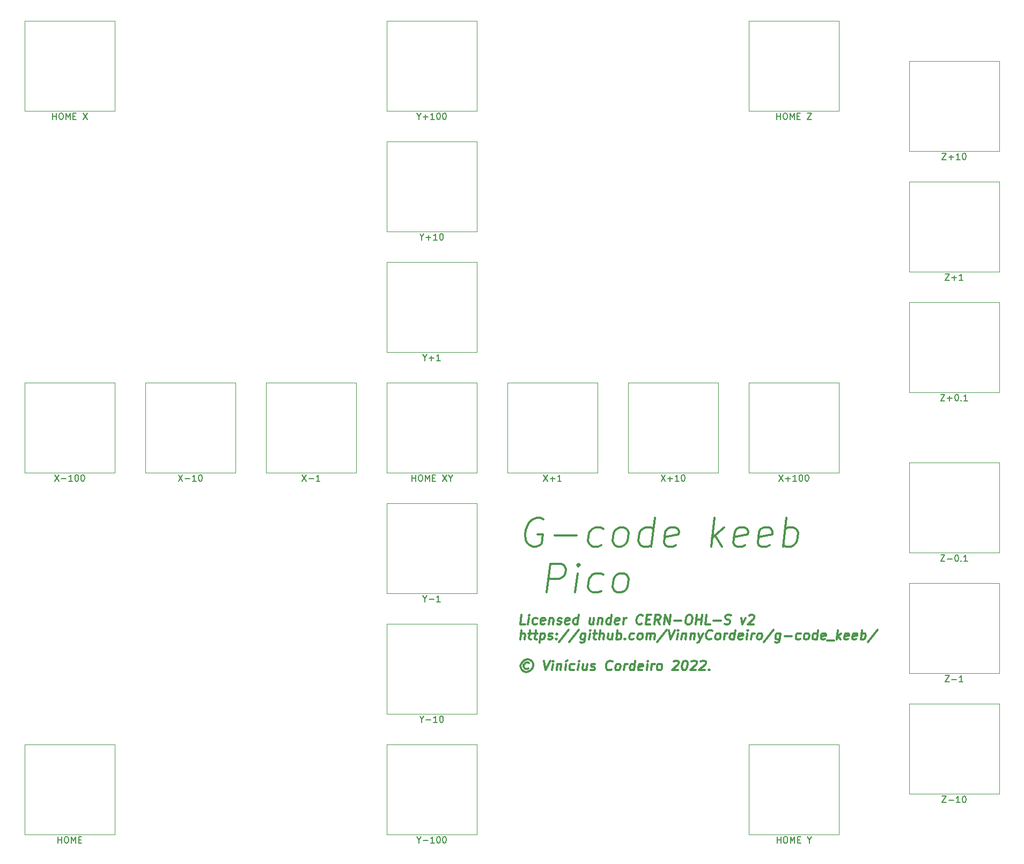
<source format=gbr>
%TF.GenerationSoftware,KiCad,Pcbnew,(6.0.4)*%
%TF.CreationDate,2022-05-22T21:37:36-03:00*%
%TF.ProjectId,G-Code_Keeb,472d436f-6465-45f4-9b65-65622e6b6963,1*%
%TF.SameCoordinates,Original*%
%TF.FileFunction,Legend,Top*%
%TF.FilePolarity,Positive*%
%FSLAX46Y46*%
G04 Gerber Fmt 4.6, Leading zero omitted, Abs format (unit mm)*
G04 Created by KiCad (PCBNEW (6.0.4)) date 2022-05-22 21:37:36*
%MOMM*%
%LPD*%
G01*
G04 APERTURE LIST*
%ADD10C,0.300000*%
%ADD11C,0.150000*%
%ADD12C,0.120000*%
G04 APERTURE END LIST*
D10*
X100445357Y-125866071D02*
X99731071Y-125866071D01*
X99918571Y-124366071D01*
X100945357Y-125866071D02*
X101070357Y-124866071D01*
X101132857Y-124366071D02*
X101052500Y-124437500D01*
X101115000Y-124508928D01*
X101195357Y-124437500D01*
X101132857Y-124366071D01*
X101115000Y-124508928D01*
X102311428Y-125794642D02*
X102159642Y-125866071D01*
X101873928Y-125866071D01*
X101740000Y-125794642D01*
X101677500Y-125723214D01*
X101623928Y-125580357D01*
X101677500Y-125151785D01*
X101766785Y-125008928D01*
X101847142Y-124937500D01*
X101998928Y-124866071D01*
X102284642Y-124866071D01*
X102418571Y-124937500D01*
X103525714Y-125794642D02*
X103373928Y-125866071D01*
X103088214Y-125866071D01*
X102954285Y-125794642D01*
X102900714Y-125651785D01*
X102972142Y-125080357D01*
X103061428Y-124937500D01*
X103213214Y-124866071D01*
X103498928Y-124866071D01*
X103632857Y-124937500D01*
X103686428Y-125080357D01*
X103668571Y-125223214D01*
X102936428Y-125366071D01*
X104356071Y-124866071D02*
X104231071Y-125866071D01*
X104338214Y-125008928D02*
X104418571Y-124937500D01*
X104570357Y-124866071D01*
X104784642Y-124866071D01*
X104918571Y-124937500D01*
X104972142Y-125080357D01*
X104873928Y-125866071D01*
X105525714Y-125794642D02*
X105659642Y-125866071D01*
X105945357Y-125866071D01*
X106097142Y-125794642D01*
X106186428Y-125651785D01*
X106195357Y-125580357D01*
X106141785Y-125437500D01*
X106007857Y-125366071D01*
X105793571Y-125366071D01*
X105659642Y-125294642D01*
X105606071Y-125151785D01*
X105615000Y-125080357D01*
X105704285Y-124937500D01*
X105856071Y-124866071D01*
X106070357Y-124866071D01*
X106204285Y-124937500D01*
X107382857Y-125794642D02*
X107231071Y-125866071D01*
X106945357Y-125866071D01*
X106811428Y-125794642D01*
X106757857Y-125651785D01*
X106829285Y-125080357D01*
X106918571Y-124937500D01*
X107070357Y-124866071D01*
X107356071Y-124866071D01*
X107490000Y-124937500D01*
X107543571Y-125080357D01*
X107525714Y-125223214D01*
X106793571Y-125366071D01*
X108731071Y-125866071D02*
X108918571Y-124366071D01*
X108740000Y-125794642D02*
X108588214Y-125866071D01*
X108302500Y-125866071D01*
X108168571Y-125794642D01*
X108106071Y-125723214D01*
X108052500Y-125580357D01*
X108106071Y-125151785D01*
X108195357Y-125008928D01*
X108275714Y-124937500D01*
X108427500Y-124866071D01*
X108713214Y-124866071D01*
X108847142Y-124937500D01*
X111356071Y-124866071D02*
X111231071Y-125866071D01*
X110713214Y-124866071D02*
X110615000Y-125651785D01*
X110668571Y-125794642D01*
X110802500Y-125866071D01*
X111016785Y-125866071D01*
X111168571Y-125794642D01*
X111248928Y-125723214D01*
X112070357Y-124866071D02*
X111945357Y-125866071D01*
X112052500Y-125008928D02*
X112132857Y-124937500D01*
X112284642Y-124866071D01*
X112498928Y-124866071D01*
X112632857Y-124937500D01*
X112686428Y-125080357D01*
X112588214Y-125866071D01*
X113945357Y-125866071D02*
X114132857Y-124366071D01*
X113954285Y-125794642D02*
X113802500Y-125866071D01*
X113516785Y-125866071D01*
X113382857Y-125794642D01*
X113320357Y-125723214D01*
X113266785Y-125580357D01*
X113320357Y-125151785D01*
X113409642Y-125008928D01*
X113490000Y-124937500D01*
X113641785Y-124866071D01*
X113927500Y-124866071D01*
X114061428Y-124937500D01*
X115240000Y-125794642D02*
X115088214Y-125866071D01*
X114802500Y-125866071D01*
X114668571Y-125794642D01*
X114615000Y-125651785D01*
X114686428Y-125080357D01*
X114775714Y-124937500D01*
X114927500Y-124866071D01*
X115213214Y-124866071D01*
X115347142Y-124937500D01*
X115400714Y-125080357D01*
X115382857Y-125223214D01*
X114650714Y-125366071D01*
X115945357Y-125866071D02*
X116070357Y-124866071D01*
X116034642Y-125151785D02*
X116123928Y-125008928D01*
X116204285Y-124937500D01*
X116356071Y-124866071D01*
X116498928Y-124866071D01*
X118891785Y-125723214D02*
X118811428Y-125794642D01*
X118588214Y-125866071D01*
X118445357Y-125866071D01*
X118240000Y-125794642D01*
X118115000Y-125651785D01*
X118061428Y-125508928D01*
X118025714Y-125223214D01*
X118052500Y-125008928D01*
X118159642Y-124723214D01*
X118248928Y-124580357D01*
X118409642Y-124437500D01*
X118632857Y-124366071D01*
X118775714Y-124366071D01*
X118981071Y-124437500D01*
X119043571Y-124508928D01*
X119615000Y-125080357D02*
X120115000Y-125080357D01*
X120231071Y-125866071D02*
X119516785Y-125866071D01*
X119704285Y-124366071D01*
X120418571Y-124366071D01*
X121731071Y-125866071D02*
X121320357Y-125151785D01*
X120873928Y-125866071D02*
X121061428Y-124366071D01*
X121632857Y-124366071D01*
X121766785Y-124437500D01*
X121829285Y-124508928D01*
X121882857Y-124651785D01*
X121856071Y-124866071D01*
X121766785Y-125008928D01*
X121686428Y-125080357D01*
X121534642Y-125151785D01*
X120963214Y-125151785D01*
X122373928Y-125866071D02*
X122561428Y-124366071D01*
X123231071Y-125866071D01*
X123418571Y-124366071D01*
X124016785Y-125294642D02*
X125159642Y-125294642D01*
X126275714Y-124366071D02*
X126561428Y-124366071D01*
X126695357Y-124437500D01*
X126820357Y-124580357D01*
X126856071Y-124866071D01*
X126793571Y-125366071D01*
X126686428Y-125651785D01*
X126525714Y-125794642D01*
X126373928Y-125866071D01*
X126088214Y-125866071D01*
X125954285Y-125794642D01*
X125829285Y-125651785D01*
X125793571Y-125366071D01*
X125856071Y-124866071D01*
X125963214Y-124580357D01*
X126123928Y-124437500D01*
X126275714Y-124366071D01*
X127373928Y-125866071D02*
X127561428Y-124366071D01*
X127472142Y-125080357D02*
X128329285Y-125080357D01*
X128231071Y-125866071D02*
X128418571Y-124366071D01*
X129659642Y-125866071D02*
X128945357Y-125866071D01*
X129132857Y-124366071D01*
X130231071Y-125294642D02*
X131373928Y-125294642D01*
X131954285Y-125794642D02*
X132159642Y-125866071D01*
X132516785Y-125866071D01*
X132668571Y-125794642D01*
X132748928Y-125723214D01*
X132838214Y-125580357D01*
X132856071Y-125437500D01*
X132802500Y-125294642D01*
X132740000Y-125223214D01*
X132606071Y-125151785D01*
X132329285Y-125080357D01*
X132195357Y-125008928D01*
X132132857Y-124937500D01*
X132079285Y-124794642D01*
X132097142Y-124651785D01*
X132186428Y-124508928D01*
X132266785Y-124437500D01*
X132418571Y-124366071D01*
X132775714Y-124366071D01*
X132981071Y-124437500D01*
X134570357Y-124866071D02*
X134802500Y-125866071D01*
X135284642Y-124866071D01*
X135829285Y-124508928D02*
X135909642Y-124437500D01*
X136061428Y-124366071D01*
X136418571Y-124366071D01*
X136552500Y-124437500D01*
X136615000Y-124508928D01*
X136668571Y-124651785D01*
X136650714Y-124794642D01*
X136552500Y-125008928D01*
X135588214Y-125866071D01*
X136516785Y-125866071D01*
X99731071Y-128281071D02*
X99918571Y-126781071D01*
X100373928Y-128281071D02*
X100472142Y-127495357D01*
X100418571Y-127352500D01*
X100284642Y-127281071D01*
X100070357Y-127281071D01*
X99918571Y-127352500D01*
X99838214Y-127423928D01*
X100998928Y-127281071D02*
X101570357Y-127281071D01*
X101275714Y-126781071D02*
X101115000Y-128066785D01*
X101168571Y-128209642D01*
X101302500Y-128281071D01*
X101445357Y-128281071D01*
X101856071Y-127281071D02*
X102427500Y-127281071D01*
X102132857Y-126781071D02*
X101972142Y-128066785D01*
X102025714Y-128209642D01*
X102159642Y-128281071D01*
X102302500Y-128281071D01*
X102927500Y-127281071D02*
X102740000Y-128781071D01*
X102918571Y-127352500D02*
X103070357Y-127281071D01*
X103356071Y-127281071D01*
X103490000Y-127352500D01*
X103552500Y-127423928D01*
X103606071Y-127566785D01*
X103552500Y-127995357D01*
X103463214Y-128138214D01*
X103382857Y-128209642D01*
X103231071Y-128281071D01*
X102945357Y-128281071D01*
X102811428Y-128209642D01*
X104097142Y-128209642D02*
X104231071Y-128281071D01*
X104516785Y-128281071D01*
X104668571Y-128209642D01*
X104757857Y-128066785D01*
X104766785Y-127995357D01*
X104713214Y-127852500D01*
X104579285Y-127781071D01*
X104365000Y-127781071D01*
X104231071Y-127709642D01*
X104177500Y-127566785D01*
X104186428Y-127495357D01*
X104275714Y-127352500D01*
X104427500Y-127281071D01*
X104641785Y-127281071D01*
X104775714Y-127352500D01*
X105391785Y-128138214D02*
X105454285Y-128209642D01*
X105373928Y-128281071D01*
X105311428Y-128209642D01*
X105391785Y-128138214D01*
X105373928Y-128281071D01*
X105490000Y-127352500D02*
X105552500Y-127423928D01*
X105472142Y-127495357D01*
X105409642Y-127423928D01*
X105490000Y-127352500D01*
X105472142Y-127495357D01*
X107356071Y-126709642D02*
X105829285Y-128638214D01*
X108927500Y-126709642D02*
X107400714Y-128638214D01*
X109998928Y-127281071D02*
X109847142Y-128495357D01*
X109757857Y-128638214D01*
X109677500Y-128709642D01*
X109525714Y-128781071D01*
X109311428Y-128781071D01*
X109177500Y-128709642D01*
X109882857Y-128209642D02*
X109731071Y-128281071D01*
X109445357Y-128281071D01*
X109311428Y-128209642D01*
X109248928Y-128138214D01*
X109195357Y-127995357D01*
X109248928Y-127566785D01*
X109338214Y-127423928D01*
X109418571Y-127352500D01*
X109570357Y-127281071D01*
X109856071Y-127281071D01*
X109990000Y-127352500D01*
X110588214Y-128281071D02*
X110713214Y-127281071D01*
X110775714Y-126781071D02*
X110695357Y-126852500D01*
X110757857Y-126923928D01*
X110838214Y-126852500D01*
X110775714Y-126781071D01*
X110757857Y-126923928D01*
X111213214Y-127281071D02*
X111784642Y-127281071D01*
X111490000Y-126781071D02*
X111329285Y-128066785D01*
X111382857Y-128209642D01*
X111516785Y-128281071D01*
X111659642Y-128281071D01*
X112159642Y-128281071D02*
X112347142Y-126781071D01*
X112802500Y-128281071D02*
X112900714Y-127495357D01*
X112847142Y-127352500D01*
X112713214Y-127281071D01*
X112498928Y-127281071D01*
X112347142Y-127352500D01*
X112266785Y-127423928D01*
X114284642Y-127281071D02*
X114159642Y-128281071D01*
X113641785Y-127281071D02*
X113543571Y-128066785D01*
X113597142Y-128209642D01*
X113731071Y-128281071D01*
X113945357Y-128281071D01*
X114097142Y-128209642D01*
X114177500Y-128138214D01*
X114873928Y-128281071D02*
X115061428Y-126781071D01*
X114990000Y-127352500D02*
X115141785Y-127281071D01*
X115427500Y-127281071D01*
X115561428Y-127352500D01*
X115623928Y-127423928D01*
X115677500Y-127566785D01*
X115623928Y-127995357D01*
X115534642Y-128138214D01*
X115454285Y-128209642D01*
X115302500Y-128281071D01*
X115016785Y-128281071D01*
X114882857Y-128209642D01*
X116248928Y-128138214D02*
X116311428Y-128209642D01*
X116231071Y-128281071D01*
X116168571Y-128209642D01*
X116248928Y-128138214D01*
X116231071Y-128281071D01*
X117597142Y-128209642D02*
X117445357Y-128281071D01*
X117159642Y-128281071D01*
X117025714Y-128209642D01*
X116963214Y-128138214D01*
X116909642Y-127995357D01*
X116963214Y-127566785D01*
X117052500Y-127423928D01*
X117132857Y-127352500D01*
X117284642Y-127281071D01*
X117570357Y-127281071D01*
X117704285Y-127352500D01*
X118445357Y-128281071D02*
X118311428Y-128209642D01*
X118248928Y-128138214D01*
X118195357Y-127995357D01*
X118248928Y-127566785D01*
X118338214Y-127423928D01*
X118418571Y-127352500D01*
X118570357Y-127281071D01*
X118784642Y-127281071D01*
X118918571Y-127352500D01*
X118981071Y-127423928D01*
X119034642Y-127566785D01*
X118981071Y-127995357D01*
X118891785Y-128138214D01*
X118811428Y-128209642D01*
X118659642Y-128281071D01*
X118445357Y-128281071D01*
X119588214Y-128281071D02*
X119713214Y-127281071D01*
X119695357Y-127423928D02*
X119775714Y-127352500D01*
X119927500Y-127281071D01*
X120141785Y-127281071D01*
X120275714Y-127352500D01*
X120329285Y-127495357D01*
X120231071Y-128281071D01*
X120329285Y-127495357D02*
X120418571Y-127352500D01*
X120570357Y-127281071D01*
X120784642Y-127281071D01*
X120918571Y-127352500D01*
X120972142Y-127495357D01*
X120873928Y-128281071D01*
X122856071Y-126709642D02*
X121329285Y-128638214D01*
X123132857Y-126781071D02*
X123445357Y-128281071D01*
X124132857Y-126781071D01*
X124445357Y-128281071D02*
X124570357Y-127281071D01*
X124632857Y-126781071D02*
X124552500Y-126852500D01*
X124615000Y-126923928D01*
X124695357Y-126852500D01*
X124632857Y-126781071D01*
X124615000Y-126923928D01*
X125284642Y-127281071D02*
X125159642Y-128281071D01*
X125266785Y-127423928D02*
X125347142Y-127352500D01*
X125498928Y-127281071D01*
X125713214Y-127281071D01*
X125847142Y-127352500D01*
X125900714Y-127495357D01*
X125802500Y-128281071D01*
X126641785Y-127281071D02*
X126516785Y-128281071D01*
X126623928Y-127423928D02*
X126704285Y-127352500D01*
X126856071Y-127281071D01*
X127070357Y-127281071D01*
X127204285Y-127352500D01*
X127257857Y-127495357D01*
X127159642Y-128281071D01*
X127856071Y-127281071D02*
X128088214Y-128281071D01*
X128570357Y-127281071D02*
X128088214Y-128281071D01*
X127900714Y-128638214D01*
X127820357Y-128709642D01*
X127668571Y-128781071D01*
X129891785Y-128138214D02*
X129811428Y-128209642D01*
X129588214Y-128281071D01*
X129445357Y-128281071D01*
X129240000Y-128209642D01*
X129115000Y-128066785D01*
X129061428Y-127923928D01*
X129025714Y-127638214D01*
X129052500Y-127423928D01*
X129159642Y-127138214D01*
X129248928Y-126995357D01*
X129409642Y-126852500D01*
X129632857Y-126781071D01*
X129775714Y-126781071D01*
X129981071Y-126852500D01*
X130043571Y-126923928D01*
X130731071Y-128281071D02*
X130597142Y-128209642D01*
X130534642Y-128138214D01*
X130481071Y-127995357D01*
X130534642Y-127566785D01*
X130623928Y-127423928D01*
X130704285Y-127352500D01*
X130856071Y-127281071D01*
X131070357Y-127281071D01*
X131204285Y-127352500D01*
X131266785Y-127423928D01*
X131320357Y-127566785D01*
X131266785Y-127995357D01*
X131177500Y-128138214D01*
X131097142Y-128209642D01*
X130945357Y-128281071D01*
X130731071Y-128281071D01*
X131873928Y-128281071D02*
X131998928Y-127281071D01*
X131963214Y-127566785D02*
X132052500Y-127423928D01*
X132132857Y-127352500D01*
X132284642Y-127281071D01*
X132427500Y-127281071D01*
X133445357Y-128281071D02*
X133632857Y-126781071D01*
X133454285Y-128209642D02*
X133302500Y-128281071D01*
X133016785Y-128281071D01*
X132882857Y-128209642D01*
X132820357Y-128138214D01*
X132766785Y-127995357D01*
X132820357Y-127566785D01*
X132909642Y-127423928D01*
X132990000Y-127352500D01*
X133141785Y-127281071D01*
X133427500Y-127281071D01*
X133561428Y-127352500D01*
X134740000Y-128209642D02*
X134588214Y-128281071D01*
X134302500Y-128281071D01*
X134168571Y-128209642D01*
X134115000Y-128066785D01*
X134186428Y-127495357D01*
X134275714Y-127352500D01*
X134427500Y-127281071D01*
X134713214Y-127281071D01*
X134847142Y-127352500D01*
X134900714Y-127495357D01*
X134882857Y-127638214D01*
X134150714Y-127781071D01*
X135445357Y-128281071D02*
X135570357Y-127281071D01*
X135632857Y-126781071D02*
X135552500Y-126852500D01*
X135615000Y-126923928D01*
X135695357Y-126852500D01*
X135632857Y-126781071D01*
X135615000Y-126923928D01*
X136159642Y-128281071D02*
X136284642Y-127281071D01*
X136248928Y-127566785D02*
X136338214Y-127423928D01*
X136418571Y-127352500D01*
X136570357Y-127281071D01*
X136713214Y-127281071D01*
X137302500Y-128281071D02*
X137168571Y-128209642D01*
X137106071Y-128138214D01*
X137052500Y-127995357D01*
X137106071Y-127566785D01*
X137195357Y-127423928D01*
X137275714Y-127352500D01*
X137427500Y-127281071D01*
X137641785Y-127281071D01*
X137775714Y-127352500D01*
X137838214Y-127423928D01*
X137891785Y-127566785D01*
X137838214Y-127995357D01*
X137748928Y-128138214D01*
X137668571Y-128209642D01*
X137516785Y-128281071D01*
X137302500Y-128281071D01*
X139713214Y-126709642D02*
X138186428Y-128638214D01*
X140784642Y-127281071D02*
X140632857Y-128495357D01*
X140543571Y-128638214D01*
X140463214Y-128709642D01*
X140311428Y-128781071D01*
X140097142Y-128781071D01*
X139963214Y-128709642D01*
X140668571Y-128209642D02*
X140516785Y-128281071D01*
X140231071Y-128281071D01*
X140097142Y-128209642D01*
X140034642Y-128138214D01*
X139981071Y-127995357D01*
X140034642Y-127566785D01*
X140123928Y-127423928D01*
X140204285Y-127352500D01*
X140356071Y-127281071D01*
X140641785Y-127281071D01*
X140775714Y-127352500D01*
X141445357Y-127709642D02*
X142588214Y-127709642D01*
X143882857Y-128209642D02*
X143731071Y-128281071D01*
X143445357Y-128281071D01*
X143311428Y-128209642D01*
X143248928Y-128138214D01*
X143195357Y-127995357D01*
X143248928Y-127566785D01*
X143338214Y-127423928D01*
X143418571Y-127352500D01*
X143570357Y-127281071D01*
X143856071Y-127281071D01*
X143990000Y-127352500D01*
X144731071Y-128281071D02*
X144597142Y-128209642D01*
X144534642Y-128138214D01*
X144481071Y-127995357D01*
X144534642Y-127566785D01*
X144623928Y-127423928D01*
X144704285Y-127352500D01*
X144856071Y-127281071D01*
X145070357Y-127281071D01*
X145204285Y-127352500D01*
X145266785Y-127423928D01*
X145320357Y-127566785D01*
X145266785Y-127995357D01*
X145177500Y-128138214D01*
X145097142Y-128209642D01*
X144945357Y-128281071D01*
X144731071Y-128281071D01*
X146516785Y-128281071D02*
X146704285Y-126781071D01*
X146525714Y-128209642D02*
X146373928Y-128281071D01*
X146088214Y-128281071D01*
X145954285Y-128209642D01*
X145891785Y-128138214D01*
X145838214Y-127995357D01*
X145891785Y-127566785D01*
X145981071Y-127423928D01*
X146061428Y-127352500D01*
X146213214Y-127281071D01*
X146498928Y-127281071D01*
X146632857Y-127352500D01*
X147811428Y-128209642D02*
X147659642Y-128281071D01*
X147373928Y-128281071D01*
X147240000Y-128209642D01*
X147186428Y-128066785D01*
X147257857Y-127495357D01*
X147347142Y-127352500D01*
X147498928Y-127281071D01*
X147784642Y-127281071D01*
X147918571Y-127352500D01*
X147972142Y-127495357D01*
X147954285Y-127638214D01*
X147222142Y-127781071D01*
X148141785Y-128423928D02*
X149284642Y-128423928D01*
X149659642Y-128281071D02*
X149847142Y-126781071D01*
X149873928Y-127709642D02*
X150231071Y-128281071D01*
X150356071Y-127281071D02*
X149713214Y-127852500D01*
X151454285Y-128209642D02*
X151302500Y-128281071D01*
X151016785Y-128281071D01*
X150882857Y-128209642D01*
X150829285Y-128066785D01*
X150900714Y-127495357D01*
X150990000Y-127352500D01*
X151141785Y-127281071D01*
X151427500Y-127281071D01*
X151561428Y-127352500D01*
X151615000Y-127495357D01*
X151597142Y-127638214D01*
X150865000Y-127781071D01*
X152740000Y-128209642D02*
X152588214Y-128281071D01*
X152302500Y-128281071D01*
X152168571Y-128209642D01*
X152115000Y-128066785D01*
X152186428Y-127495357D01*
X152275714Y-127352500D01*
X152427500Y-127281071D01*
X152713214Y-127281071D01*
X152847142Y-127352500D01*
X152900714Y-127495357D01*
X152882857Y-127638214D01*
X152150714Y-127781071D01*
X153445357Y-128281071D02*
X153632857Y-126781071D01*
X153561428Y-127352500D02*
X153713214Y-127281071D01*
X153998928Y-127281071D01*
X154132857Y-127352500D01*
X154195357Y-127423928D01*
X154248928Y-127566785D01*
X154195357Y-127995357D01*
X154106071Y-128138214D01*
X154025714Y-128209642D01*
X153873928Y-128281071D01*
X153588214Y-128281071D01*
X153454285Y-128209642D01*
X156070357Y-126709642D02*
X154543571Y-128638214D01*
X101088214Y-131968214D02*
X100954285Y-131896785D01*
X100668571Y-131896785D01*
X100516785Y-131968214D01*
X100356071Y-132111071D01*
X100266785Y-132253928D01*
X100231071Y-132539642D01*
X100284642Y-132682500D01*
X100409642Y-132825357D01*
X100543571Y-132896785D01*
X100829285Y-132896785D01*
X100981071Y-132825357D01*
X100873928Y-131396785D02*
X100507857Y-131468214D01*
X100123928Y-131682500D01*
X99865000Y-132039642D01*
X99748928Y-132396785D01*
X99775714Y-132753928D01*
X99945357Y-133111071D01*
X100275714Y-133325357D01*
X100623928Y-133396785D01*
X100990000Y-133325357D01*
X101373928Y-133111071D01*
X101632857Y-132753928D01*
X101748928Y-132396785D01*
X101722142Y-132039642D01*
X101552500Y-131682500D01*
X101222142Y-131468214D01*
X100873928Y-131396785D01*
X103418571Y-131611071D02*
X103731071Y-133111071D01*
X104418571Y-131611071D01*
X104731071Y-133111071D02*
X104856071Y-132111071D01*
X104918571Y-131611071D02*
X104838214Y-131682500D01*
X104900714Y-131753928D01*
X104981071Y-131682500D01*
X104918571Y-131611071D01*
X104900714Y-131753928D01*
X105570357Y-132111071D02*
X105445357Y-133111071D01*
X105552500Y-132253928D02*
X105632857Y-132182500D01*
X105784642Y-132111071D01*
X105998928Y-132111071D01*
X106132857Y-132182500D01*
X106186428Y-132325357D01*
X106088214Y-133111071D01*
X106802500Y-133111071D02*
X106927500Y-132111071D01*
X107141785Y-131539642D02*
X106900714Y-131753928D01*
X108168571Y-133039642D02*
X108016785Y-133111071D01*
X107731071Y-133111071D01*
X107597142Y-133039642D01*
X107534642Y-132968214D01*
X107481071Y-132825357D01*
X107534642Y-132396785D01*
X107623928Y-132253928D01*
X107704285Y-132182500D01*
X107856071Y-132111071D01*
X108141785Y-132111071D01*
X108275714Y-132182500D01*
X108802500Y-133111071D02*
X108927500Y-132111071D01*
X108990000Y-131611071D02*
X108909642Y-131682500D01*
X108972142Y-131753928D01*
X109052500Y-131682500D01*
X108990000Y-131611071D01*
X108972142Y-131753928D01*
X110284642Y-132111071D02*
X110159642Y-133111071D01*
X109641785Y-132111071D02*
X109543571Y-132896785D01*
X109597142Y-133039642D01*
X109731071Y-133111071D01*
X109945357Y-133111071D01*
X110097142Y-133039642D01*
X110177500Y-132968214D01*
X110811428Y-133039642D02*
X110945357Y-133111071D01*
X111231071Y-133111071D01*
X111382857Y-133039642D01*
X111472142Y-132896785D01*
X111481071Y-132825357D01*
X111427500Y-132682500D01*
X111293571Y-132611071D01*
X111079285Y-132611071D01*
X110945357Y-132539642D01*
X110891785Y-132396785D01*
X110900714Y-132325357D01*
X110990000Y-132182500D01*
X111141785Y-132111071D01*
X111356071Y-132111071D01*
X111490000Y-132182500D01*
X114106071Y-132968214D02*
X114025714Y-133039642D01*
X113802500Y-133111071D01*
X113659642Y-133111071D01*
X113454285Y-133039642D01*
X113329285Y-132896785D01*
X113275714Y-132753928D01*
X113240000Y-132468214D01*
X113266785Y-132253928D01*
X113373928Y-131968214D01*
X113463214Y-131825357D01*
X113623928Y-131682500D01*
X113847142Y-131611071D01*
X113990000Y-131611071D01*
X114195357Y-131682500D01*
X114257857Y-131753928D01*
X114945357Y-133111071D02*
X114811428Y-133039642D01*
X114748928Y-132968214D01*
X114695357Y-132825357D01*
X114748928Y-132396785D01*
X114838214Y-132253928D01*
X114918571Y-132182500D01*
X115070357Y-132111071D01*
X115284642Y-132111071D01*
X115418571Y-132182500D01*
X115481071Y-132253928D01*
X115534642Y-132396785D01*
X115481071Y-132825357D01*
X115391785Y-132968214D01*
X115311428Y-133039642D01*
X115159642Y-133111071D01*
X114945357Y-133111071D01*
X116088214Y-133111071D02*
X116213214Y-132111071D01*
X116177500Y-132396785D02*
X116266785Y-132253928D01*
X116347142Y-132182500D01*
X116498928Y-132111071D01*
X116641785Y-132111071D01*
X117659642Y-133111071D02*
X117847142Y-131611071D01*
X117668571Y-133039642D02*
X117516785Y-133111071D01*
X117231071Y-133111071D01*
X117097142Y-133039642D01*
X117034642Y-132968214D01*
X116981071Y-132825357D01*
X117034642Y-132396785D01*
X117123928Y-132253928D01*
X117204285Y-132182500D01*
X117356071Y-132111071D01*
X117641785Y-132111071D01*
X117775714Y-132182500D01*
X118954285Y-133039642D02*
X118802500Y-133111071D01*
X118516785Y-133111071D01*
X118382857Y-133039642D01*
X118329285Y-132896785D01*
X118400714Y-132325357D01*
X118490000Y-132182500D01*
X118641785Y-132111071D01*
X118927500Y-132111071D01*
X119061428Y-132182500D01*
X119115000Y-132325357D01*
X119097142Y-132468214D01*
X118365000Y-132611071D01*
X119659642Y-133111071D02*
X119784642Y-132111071D01*
X119847142Y-131611071D02*
X119766785Y-131682500D01*
X119829285Y-131753928D01*
X119909642Y-131682500D01*
X119847142Y-131611071D01*
X119829285Y-131753928D01*
X120373928Y-133111071D02*
X120498928Y-132111071D01*
X120463214Y-132396785D02*
X120552500Y-132253928D01*
X120632857Y-132182500D01*
X120784642Y-132111071D01*
X120927500Y-132111071D01*
X121516785Y-133111071D02*
X121382857Y-133039642D01*
X121320357Y-132968214D01*
X121266785Y-132825357D01*
X121320357Y-132396785D01*
X121409642Y-132253928D01*
X121490000Y-132182500D01*
X121641785Y-132111071D01*
X121856071Y-132111071D01*
X121990000Y-132182500D01*
X122052500Y-132253928D01*
X122106071Y-132396785D01*
X122052500Y-132825357D01*
X121963214Y-132968214D01*
X121882857Y-133039642D01*
X121731071Y-133111071D01*
X121516785Y-133111071D01*
X123900714Y-131753928D02*
X123981071Y-131682500D01*
X124132857Y-131611071D01*
X124490000Y-131611071D01*
X124623928Y-131682500D01*
X124686428Y-131753928D01*
X124740000Y-131896785D01*
X124722142Y-132039642D01*
X124623928Y-132253928D01*
X123659642Y-133111071D01*
X124588214Y-133111071D01*
X125704285Y-131611071D02*
X125847142Y-131611071D01*
X125981071Y-131682500D01*
X126043571Y-131753928D01*
X126097142Y-131896785D01*
X126132857Y-132182500D01*
X126088214Y-132539642D01*
X125981071Y-132825357D01*
X125891785Y-132968214D01*
X125811428Y-133039642D01*
X125659642Y-133111071D01*
X125516785Y-133111071D01*
X125382857Y-133039642D01*
X125320357Y-132968214D01*
X125266785Y-132825357D01*
X125231071Y-132539642D01*
X125275714Y-132182500D01*
X125382857Y-131896785D01*
X125472142Y-131753928D01*
X125552500Y-131682500D01*
X125704285Y-131611071D01*
X126757857Y-131753928D02*
X126838214Y-131682500D01*
X126990000Y-131611071D01*
X127347142Y-131611071D01*
X127481071Y-131682500D01*
X127543571Y-131753928D01*
X127597142Y-131896785D01*
X127579285Y-132039642D01*
X127481071Y-132253928D01*
X126516785Y-133111071D01*
X127445357Y-133111071D01*
X128186428Y-131753928D02*
X128266785Y-131682500D01*
X128418571Y-131611071D01*
X128775714Y-131611071D01*
X128909642Y-131682500D01*
X128972142Y-131753928D01*
X129025714Y-131896785D01*
X129007857Y-132039642D01*
X128909642Y-132253928D01*
X127945357Y-133111071D01*
X128873928Y-133111071D01*
X129534642Y-132968214D02*
X129597142Y-133039642D01*
X129516785Y-133111071D01*
X129454285Y-133039642D01*
X129534642Y-132968214D01*
X129516785Y-133111071D01*
X103356071Y-109277500D02*
X102954285Y-109063214D01*
X102311428Y-109063214D01*
X101641785Y-109277500D01*
X101159642Y-109706071D01*
X100891785Y-110134642D01*
X100570357Y-110991785D01*
X100490000Y-111634642D01*
X100597142Y-112491785D01*
X100757857Y-112920357D01*
X101132857Y-113348928D01*
X101748928Y-113563214D01*
X102177500Y-113563214D01*
X102847142Y-113348928D01*
X103088214Y-113134642D01*
X103275714Y-111634642D01*
X102418571Y-111634642D01*
X105177500Y-111848928D02*
X108606071Y-111848928D01*
X112490000Y-113348928D02*
X112034642Y-113563214D01*
X111177500Y-113563214D01*
X110775714Y-113348928D01*
X110588214Y-113134642D01*
X110427500Y-112706071D01*
X110588214Y-111420357D01*
X110856071Y-110991785D01*
X111097142Y-110777500D01*
X111552500Y-110563214D01*
X112409642Y-110563214D01*
X112811428Y-110777500D01*
X115034642Y-113563214D02*
X114632857Y-113348928D01*
X114445357Y-113134642D01*
X114284642Y-112706071D01*
X114445357Y-111420357D01*
X114713214Y-110991785D01*
X114954285Y-110777500D01*
X115409642Y-110563214D01*
X116052500Y-110563214D01*
X116454285Y-110777500D01*
X116641785Y-110991785D01*
X116802500Y-111420357D01*
X116641785Y-112706071D01*
X116373928Y-113134642D01*
X116132857Y-113348928D01*
X115677500Y-113563214D01*
X115034642Y-113563214D01*
X120391785Y-113563214D02*
X120954285Y-109063214D01*
X120418571Y-113348928D02*
X119963214Y-113563214D01*
X119106071Y-113563214D01*
X118704285Y-113348928D01*
X118516785Y-113134642D01*
X118356071Y-112706071D01*
X118516785Y-111420357D01*
X118784642Y-110991785D01*
X119025714Y-110777500D01*
X119481071Y-110563214D01*
X120338214Y-110563214D01*
X120740000Y-110777500D01*
X124275714Y-113348928D02*
X123820357Y-113563214D01*
X122963214Y-113563214D01*
X122561428Y-113348928D01*
X122400714Y-112920357D01*
X122615000Y-111206071D01*
X122882857Y-110777500D01*
X123338214Y-110563214D01*
X124195357Y-110563214D01*
X124597142Y-110777500D01*
X124757857Y-111206071D01*
X124704285Y-111634642D01*
X122507857Y-112063214D01*
X129820357Y-113563214D02*
X130382857Y-109063214D01*
X130463214Y-111848928D02*
X131534642Y-113563214D01*
X131909642Y-110563214D02*
X129981071Y-112277500D01*
X135204285Y-113348928D02*
X134748928Y-113563214D01*
X133891785Y-113563214D01*
X133490000Y-113348928D01*
X133329285Y-112920357D01*
X133543571Y-111206071D01*
X133811428Y-110777500D01*
X134266785Y-110563214D01*
X135123928Y-110563214D01*
X135525714Y-110777500D01*
X135686428Y-111206071D01*
X135632857Y-111634642D01*
X133436428Y-112063214D01*
X139061428Y-113348928D02*
X138606071Y-113563214D01*
X137748928Y-113563214D01*
X137347142Y-113348928D01*
X137186428Y-112920357D01*
X137400714Y-111206071D01*
X137668571Y-110777500D01*
X138123928Y-110563214D01*
X138981071Y-110563214D01*
X139382857Y-110777500D01*
X139543571Y-111206071D01*
X139490000Y-111634642D01*
X137293571Y-112063214D01*
X141177500Y-113563214D02*
X141740000Y-109063214D01*
X141525714Y-110777500D02*
X141981071Y-110563214D01*
X142838214Y-110563214D01*
X143240000Y-110777500D01*
X143427500Y-110991785D01*
X143588214Y-111420357D01*
X143427500Y-112706071D01*
X143159642Y-113134642D01*
X142918571Y-113348928D01*
X142463214Y-113563214D01*
X141606071Y-113563214D01*
X141204285Y-113348928D01*
X103891785Y-120808214D02*
X104454285Y-116308214D01*
X106168571Y-116308214D01*
X106570357Y-116522500D01*
X106757857Y-116736785D01*
X106918571Y-117165357D01*
X106838214Y-117808214D01*
X106570357Y-118236785D01*
X106329285Y-118451071D01*
X105873928Y-118665357D01*
X104159642Y-118665357D01*
X108391785Y-120808214D02*
X108766785Y-117808214D01*
X108954285Y-116308214D02*
X108713214Y-116522500D01*
X108900714Y-116736785D01*
X109141785Y-116522500D01*
X108954285Y-116308214D01*
X108900714Y-116736785D01*
X112490000Y-120593928D02*
X112034642Y-120808214D01*
X111177500Y-120808214D01*
X110775714Y-120593928D01*
X110588214Y-120379642D01*
X110427500Y-119951071D01*
X110588214Y-118665357D01*
X110856071Y-118236785D01*
X111097142Y-118022500D01*
X111552500Y-117808214D01*
X112409642Y-117808214D01*
X112811428Y-118022500D01*
X115034642Y-120808214D02*
X114632857Y-120593928D01*
X114445357Y-120379642D01*
X114284642Y-119951071D01*
X114445357Y-118665357D01*
X114713214Y-118236785D01*
X114954285Y-118022500D01*
X115409642Y-117808214D01*
X116052500Y-117808214D01*
X116454285Y-118022500D01*
X116641785Y-118236785D01*
X116802500Y-118665357D01*
X116641785Y-119951071D01*
X116373928Y-120379642D01*
X116132857Y-120593928D01*
X115677500Y-120808214D01*
X115034642Y-120808214D01*
D11*
%TO.C,SW11*%
X84178571Y-140876190D02*
X84178571Y-141352380D01*
X83845238Y-140352380D02*
X84178571Y-140876190D01*
X84511904Y-140352380D01*
X84845238Y-140971428D02*
X85607142Y-140971428D01*
X86607142Y-141352380D02*
X86035714Y-141352380D01*
X86321428Y-141352380D02*
X86321428Y-140352380D01*
X86226190Y-140495238D01*
X86130952Y-140590476D01*
X86035714Y-140638095D01*
X87226190Y-140352380D02*
X87321428Y-140352380D01*
X87416666Y-140400000D01*
X87464285Y-140447619D01*
X87511904Y-140542857D01*
X87559523Y-140733333D01*
X87559523Y-140971428D01*
X87511904Y-141161904D01*
X87464285Y-141257142D01*
X87416666Y-141304761D01*
X87321428Y-141352380D01*
X87226190Y-141352380D01*
X87130952Y-141304761D01*
X87083333Y-141257142D01*
X87035714Y-141161904D01*
X86988095Y-140971428D01*
X86988095Y-140733333D01*
X87035714Y-140542857D01*
X87083333Y-140447619D01*
X87130952Y-140400000D01*
X87226190Y-140352380D01*
%TO.C,SW21*%
X140257142Y-160402380D02*
X140257142Y-159402380D01*
X140257142Y-159878571D02*
X140828571Y-159878571D01*
X140828571Y-160402380D02*
X140828571Y-159402380D01*
X141495238Y-159402380D02*
X141685714Y-159402380D01*
X141780952Y-159450000D01*
X141876190Y-159545238D01*
X141923809Y-159735714D01*
X141923809Y-160069047D01*
X141876190Y-160259523D01*
X141780952Y-160354761D01*
X141685714Y-160402380D01*
X141495238Y-160402380D01*
X141400000Y-160354761D01*
X141304761Y-160259523D01*
X141257142Y-160069047D01*
X141257142Y-159735714D01*
X141304761Y-159545238D01*
X141400000Y-159450000D01*
X141495238Y-159402380D01*
X142352380Y-160402380D02*
X142352380Y-159402380D01*
X142685714Y-160116666D01*
X143019047Y-159402380D01*
X143019047Y-160402380D01*
X143495238Y-159878571D02*
X143828571Y-159878571D01*
X143971428Y-160402380D02*
X143495238Y-160402380D01*
X143495238Y-159402380D01*
X143971428Y-159402380D01*
X145352380Y-159926190D02*
X145352380Y-160402380D01*
X145019047Y-159402380D02*
X145352380Y-159926190D01*
X145685714Y-159402380D01*
%TO.C,SW17*%
X166771428Y-133952380D02*
X167438095Y-133952380D01*
X166771428Y-134952380D01*
X167438095Y-134952380D01*
X167819047Y-134571428D02*
X168580952Y-134571428D01*
X169580952Y-134952380D02*
X169009523Y-134952380D01*
X169295238Y-134952380D02*
X169295238Y-133952380D01*
X169200000Y-134095238D01*
X169104761Y-134190476D01*
X169009523Y-134238095D01*
%TO.C,SW4*%
X65271428Y-102252380D02*
X65938095Y-103252380D01*
X65938095Y-102252380D02*
X65271428Y-103252380D01*
X66319047Y-102871428D02*
X67080952Y-102871428D01*
X68080952Y-103252380D02*
X67509523Y-103252380D01*
X67795238Y-103252380D02*
X67795238Y-102252380D01*
X67700000Y-102395238D01*
X67604761Y-102490476D01*
X67509523Y-102538095D01*
%TO.C,SW14*%
X166771428Y-70502380D02*
X167438095Y-70502380D01*
X166771428Y-71502380D01*
X167438095Y-71502380D01*
X167819047Y-71121428D02*
X168580952Y-71121428D01*
X168200000Y-71502380D02*
X168200000Y-70740476D01*
X169580952Y-71502380D02*
X169009523Y-71502380D01*
X169295238Y-71502380D02*
X169295238Y-70502380D01*
X169200000Y-70645238D01*
X169104761Y-70740476D01*
X169009523Y-70788095D01*
%TO.C,SW4*%
X26219047Y-102252380D02*
X26885714Y-103252380D01*
X26885714Y-102252380D02*
X26219047Y-103252380D01*
X27266666Y-102871428D02*
X28028571Y-102871428D01*
X29028571Y-103252380D02*
X28457142Y-103252380D01*
X28742857Y-103252380D02*
X28742857Y-102252380D01*
X28647619Y-102395238D01*
X28552380Y-102490476D01*
X28457142Y-102538095D01*
X29647619Y-102252380D02*
X29742857Y-102252380D01*
X29838095Y-102300000D01*
X29885714Y-102347619D01*
X29933333Y-102442857D01*
X29980952Y-102633333D01*
X29980952Y-102871428D01*
X29933333Y-103061904D01*
X29885714Y-103157142D01*
X29838095Y-103204761D01*
X29742857Y-103252380D01*
X29647619Y-103252380D01*
X29552380Y-103204761D01*
X29504761Y-103157142D01*
X29457142Y-103061904D01*
X29409523Y-102871428D01*
X29409523Y-102633333D01*
X29457142Y-102442857D01*
X29504761Y-102347619D01*
X29552380Y-102300000D01*
X29647619Y-102252380D01*
X30600000Y-102252380D02*
X30695238Y-102252380D01*
X30790476Y-102300000D01*
X30838095Y-102347619D01*
X30885714Y-102442857D01*
X30933333Y-102633333D01*
X30933333Y-102871428D01*
X30885714Y-103061904D01*
X30838095Y-103157142D01*
X30790476Y-103204761D01*
X30695238Y-103252380D01*
X30600000Y-103252380D01*
X30504761Y-103204761D01*
X30457142Y-103157142D01*
X30409523Y-103061904D01*
X30361904Y-102871428D01*
X30361904Y-102633333D01*
X30409523Y-102442857D01*
X30457142Y-102347619D01*
X30504761Y-102300000D01*
X30600000Y-102252380D01*
%TO.C,SW18*%
X166295238Y-153002380D02*
X166961904Y-153002380D01*
X166295238Y-154002380D01*
X166961904Y-154002380D01*
X167342857Y-153621428D02*
X168104761Y-153621428D01*
X169104761Y-154002380D02*
X168533333Y-154002380D01*
X168819047Y-154002380D02*
X168819047Y-153002380D01*
X168723809Y-153145238D01*
X168628571Y-153240476D01*
X168533333Y-153288095D01*
X169723809Y-153002380D02*
X169819047Y-153002380D01*
X169914285Y-153050000D01*
X169961904Y-153097619D01*
X170009523Y-153192857D01*
X170057142Y-153383333D01*
X170057142Y-153621428D01*
X170009523Y-153811904D01*
X169961904Y-153907142D01*
X169914285Y-153954761D01*
X169819047Y-154002380D01*
X169723809Y-154002380D01*
X169628571Y-153954761D01*
X169580952Y-153907142D01*
X169533333Y-153811904D01*
X169485714Y-153621428D01*
X169485714Y-153383333D01*
X169533333Y-153192857D01*
X169580952Y-153097619D01*
X169628571Y-153050000D01*
X169723809Y-153002380D01*
%TO.C,SW19*%
X26766666Y-160402380D02*
X26766666Y-159402380D01*
X26766666Y-159878571D02*
X27338095Y-159878571D01*
X27338095Y-160402380D02*
X27338095Y-159402380D01*
X28004761Y-159402380D02*
X28195238Y-159402380D01*
X28290476Y-159450000D01*
X28385714Y-159545238D01*
X28433333Y-159735714D01*
X28433333Y-160069047D01*
X28385714Y-160259523D01*
X28290476Y-160354761D01*
X28195238Y-160402380D01*
X28004761Y-160402380D01*
X27909523Y-160354761D01*
X27814285Y-160259523D01*
X27766666Y-160069047D01*
X27766666Y-159735714D01*
X27814285Y-159545238D01*
X27909523Y-159450000D01*
X28004761Y-159402380D01*
X28861904Y-160402380D02*
X28861904Y-159402380D01*
X29195238Y-160116666D01*
X29528571Y-159402380D01*
X29528571Y-160402380D01*
X30004761Y-159878571D02*
X30338095Y-159878571D01*
X30480952Y-160402380D02*
X30004761Y-160402380D01*
X30004761Y-159402380D01*
X30480952Y-159402380D01*
%TO.C,SW16*%
X166057142Y-114902380D02*
X166723809Y-114902380D01*
X166057142Y-115902380D01*
X166723809Y-115902380D01*
X167104761Y-115521428D02*
X167866666Y-115521428D01*
X168533333Y-114902380D02*
X168628571Y-114902380D01*
X168723809Y-114950000D01*
X168771428Y-114997619D01*
X168819047Y-115092857D01*
X168866666Y-115283333D01*
X168866666Y-115521428D01*
X168819047Y-115711904D01*
X168771428Y-115807142D01*
X168723809Y-115854761D01*
X168628571Y-115902380D01*
X168533333Y-115902380D01*
X168438095Y-115854761D01*
X168390476Y-115807142D01*
X168342857Y-115711904D01*
X168295238Y-115521428D01*
X168295238Y-115283333D01*
X168342857Y-115092857D01*
X168390476Y-114997619D01*
X168438095Y-114950000D01*
X168533333Y-114902380D01*
X169295238Y-115807142D02*
X169342857Y-115854761D01*
X169295238Y-115902380D01*
X169247619Y-115854761D01*
X169295238Y-115807142D01*
X169295238Y-115902380D01*
X170295238Y-115902380D02*
X169723809Y-115902380D01*
X170009523Y-115902380D02*
X170009523Y-114902380D01*
X169914285Y-115045238D01*
X169819047Y-115140476D01*
X169723809Y-115188095D01*
%TO.C,SW15*%
X166057142Y-89552380D02*
X166723809Y-89552380D01*
X166057142Y-90552380D01*
X166723809Y-90552380D01*
X167104761Y-90171428D02*
X167866666Y-90171428D01*
X167485714Y-90552380D02*
X167485714Y-89790476D01*
X168533333Y-89552380D02*
X168628571Y-89552380D01*
X168723809Y-89600000D01*
X168771428Y-89647619D01*
X168819047Y-89742857D01*
X168866666Y-89933333D01*
X168866666Y-90171428D01*
X168819047Y-90361904D01*
X168771428Y-90457142D01*
X168723809Y-90504761D01*
X168628571Y-90552380D01*
X168533333Y-90552380D01*
X168438095Y-90504761D01*
X168390476Y-90457142D01*
X168342857Y-90361904D01*
X168295238Y-90171428D01*
X168295238Y-89933333D01*
X168342857Y-89742857D01*
X168390476Y-89647619D01*
X168438095Y-89600000D01*
X168533333Y-89552380D01*
X169295238Y-90457142D02*
X169342857Y-90504761D01*
X169295238Y-90552380D01*
X169247619Y-90504761D01*
X169295238Y-90457142D01*
X169295238Y-90552380D01*
X170295238Y-90552380D02*
X169723809Y-90552380D01*
X170009523Y-90552380D02*
X170009523Y-89552380D01*
X169914285Y-89695238D01*
X169819047Y-89790476D01*
X169723809Y-89838095D01*
%TO.C,SW9*%
X84654761Y-83726190D02*
X84654761Y-84202380D01*
X84321428Y-83202380D02*
X84654761Y-83726190D01*
X84988095Y-83202380D01*
X85321428Y-83821428D02*
X86083333Y-83821428D01*
X85702380Y-84202380D02*
X85702380Y-83440476D01*
X87083333Y-84202380D02*
X86511904Y-84202380D01*
X86797619Y-84202380D02*
X86797619Y-83202380D01*
X86702380Y-83345238D01*
X86607142Y-83440476D01*
X86511904Y-83488095D01*
%TO.C,SW13*%
X166295238Y-51452380D02*
X166961904Y-51452380D01*
X166295238Y-52452380D01*
X166961904Y-52452380D01*
X167342857Y-52071428D02*
X168104761Y-52071428D01*
X167723809Y-52452380D02*
X167723809Y-51690476D01*
X169104761Y-52452380D02*
X168533333Y-52452380D01*
X168819047Y-52452380D02*
X168819047Y-51452380D01*
X168723809Y-51595238D01*
X168628571Y-51690476D01*
X168533333Y-51738095D01*
X169723809Y-51452380D02*
X169819047Y-51452380D01*
X169914285Y-51500000D01*
X169961904Y-51547619D01*
X170009523Y-51642857D01*
X170057142Y-51833333D01*
X170057142Y-52071428D01*
X170009523Y-52261904D01*
X169961904Y-52357142D01*
X169914285Y-52404761D01*
X169819047Y-52452380D01*
X169723809Y-52452380D01*
X169628571Y-52404761D01*
X169580952Y-52357142D01*
X169533333Y-52261904D01*
X169485714Y-52071428D01*
X169485714Y-51833333D01*
X169533333Y-51642857D01*
X169580952Y-51547619D01*
X169628571Y-51500000D01*
X169723809Y-51452380D01*
%TO.C,SW2*%
X121945238Y-102252380D02*
X122611904Y-103252380D01*
X122611904Y-102252380D02*
X121945238Y-103252380D01*
X122992857Y-102871428D02*
X123754761Y-102871428D01*
X123373809Y-103252380D02*
X123373809Y-102490476D01*
X124754761Y-103252380D02*
X124183333Y-103252380D01*
X124469047Y-103252380D02*
X124469047Y-102252380D01*
X124373809Y-102395238D01*
X124278571Y-102490476D01*
X124183333Y-102538095D01*
X125373809Y-102252380D02*
X125469047Y-102252380D01*
X125564285Y-102300000D01*
X125611904Y-102347619D01*
X125659523Y-102442857D01*
X125707142Y-102633333D01*
X125707142Y-102871428D01*
X125659523Y-103061904D01*
X125611904Y-103157142D01*
X125564285Y-103204761D01*
X125469047Y-103252380D01*
X125373809Y-103252380D01*
X125278571Y-103204761D01*
X125230952Y-103157142D01*
X125183333Y-103061904D01*
X125135714Y-102871428D01*
X125135714Y-102633333D01*
X125183333Y-102442857D01*
X125230952Y-102347619D01*
X125278571Y-102300000D01*
X125373809Y-102252380D01*
%TO.C,SW8*%
X84178571Y-64676190D02*
X84178571Y-65152380D01*
X83845238Y-64152380D02*
X84178571Y-64676190D01*
X84511904Y-64152380D01*
X84845238Y-64771428D02*
X85607142Y-64771428D01*
X85226190Y-65152380D02*
X85226190Y-64390476D01*
X86607142Y-65152380D02*
X86035714Y-65152380D01*
X86321428Y-65152380D02*
X86321428Y-64152380D01*
X86226190Y-64295238D01*
X86130952Y-64390476D01*
X86035714Y-64438095D01*
X87226190Y-64152380D02*
X87321428Y-64152380D01*
X87416666Y-64200000D01*
X87464285Y-64247619D01*
X87511904Y-64342857D01*
X87559523Y-64533333D01*
X87559523Y-64771428D01*
X87511904Y-64961904D01*
X87464285Y-65057142D01*
X87416666Y-65104761D01*
X87321428Y-65152380D01*
X87226190Y-65152380D01*
X87130952Y-65104761D01*
X87083333Y-65057142D01*
X87035714Y-64961904D01*
X86988095Y-64771428D01*
X86988095Y-64533333D01*
X87035714Y-64342857D01*
X87083333Y-64247619D01*
X87130952Y-64200000D01*
X87226190Y-64152380D01*
%TO.C,SW5*%
X45745238Y-102252380D02*
X46411904Y-103252380D01*
X46411904Y-102252380D02*
X45745238Y-103252380D01*
X46792857Y-102871428D02*
X47554761Y-102871428D01*
X48554761Y-103252380D02*
X47983333Y-103252380D01*
X48269047Y-103252380D02*
X48269047Y-102252380D01*
X48173809Y-102395238D01*
X48078571Y-102490476D01*
X47983333Y-102538095D01*
X49173809Y-102252380D02*
X49269047Y-102252380D01*
X49364285Y-102300000D01*
X49411904Y-102347619D01*
X49459523Y-102442857D01*
X49507142Y-102633333D01*
X49507142Y-102871428D01*
X49459523Y-103061904D01*
X49411904Y-103157142D01*
X49364285Y-103204761D01*
X49269047Y-103252380D01*
X49173809Y-103252380D01*
X49078571Y-103204761D01*
X49030952Y-103157142D01*
X48983333Y-103061904D01*
X48935714Y-102871428D01*
X48935714Y-102633333D01*
X48983333Y-102442857D01*
X49030952Y-102347619D01*
X49078571Y-102300000D01*
X49173809Y-102252380D01*
%TO.C,SW1*%
X140519047Y-102252380D02*
X141185714Y-103252380D01*
X141185714Y-102252380D02*
X140519047Y-103252380D01*
X141566666Y-102871428D02*
X142328571Y-102871428D01*
X141947619Y-103252380D02*
X141947619Y-102490476D01*
X143328571Y-103252380D02*
X142757142Y-103252380D01*
X143042857Y-103252380D02*
X143042857Y-102252380D01*
X142947619Y-102395238D01*
X142852380Y-102490476D01*
X142757142Y-102538095D01*
X143947619Y-102252380D02*
X144042857Y-102252380D01*
X144138095Y-102300000D01*
X144185714Y-102347619D01*
X144233333Y-102442857D01*
X144280952Y-102633333D01*
X144280952Y-102871428D01*
X144233333Y-103061904D01*
X144185714Y-103157142D01*
X144138095Y-103204761D01*
X144042857Y-103252380D01*
X143947619Y-103252380D01*
X143852380Y-103204761D01*
X143804761Y-103157142D01*
X143757142Y-103061904D01*
X143709523Y-102871428D01*
X143709523Y-102633333D01*
X143757142Y-102442857D01*
X143804761Y-102347619D01*
X143852380Y-102300000D01*
X143947619Y-102252380D01*
X144900000Y-102252380D02*
X144995238Y-102252380D01*
X145090476Y-102300000D01*
X145138095Y-102347619D01*
X145185714Y-102442857D01*
X145233333Y-102633333D01*
X145233333Y-102871428D01*
X145185714Y-103061904D01*
X145138095Y-103157142D01*
X145090476Y-103204761D01*
X144995238Y-103252380D01*
X144900000Y-103252380D01*
X144804761Y-103204761D01*
X144757142Y-103157142D01*
X144709523Y-103061904D01*
X144661904Y-102871428D01*
X144661904Y-102633333D01*
X144709523Y-102442857D01*
X144757142Y-102347619D01*
X144804761Y-102300000D01*
X144900000Y-102252380D01*
%TO.C,SW7*%
X83702380Y-45626190D02*
X83702380Y-46102380D01*
X83369047Y-45102380D02*
X83702380Y-45626190D01*
X84035714Y-45102380D01*
X84369047Y-45721428D02*
X85130952Y-45721428D01*
X84750000Y-46102380D02*
X84750000Y-45340476D01*
X86130952Y-46102380D02*
X85559523Y-46102380D01*
X85845238Y-46102380D02*
X85845238Y-45102380D01*
X85750000Y-45245238D01*
X85654761Y-45340476D01*
X85559523Y-45388095D01*
X86750000Y-45102380D02*
X86845238Y-45102380D01*
X86940476Y-45150000D01*
X86988095Y-45197619D01*
X87035714Y-45292857D01*
X87083333Y-45483333D01*
X87083333Y-45721428D01*
X87035714Y-45911904D01*
X86988095Y-46007142D01*
X86940476Y-46054761D01*
X86845238Y-46102380D01*
X86750000Y-46102380D01*
X86654761Y-46054761D01*
X86607142Y-46007142D01*
X86559523Y-45911904D01*
X86511904Y-45721428D01*
X86511904Y-45483333D01*
X86559523Y-45292857D01*
X86607142Y-45197619D01*
X86654761Y-45150000D01*
X86750000Y-45102380D01*
X87702380Y-45102380D02*
X87797619Y-45102380D01*
X87892857Y-45150000D01*
X87940476Y-45197619D01*
X87988095Y-45292857D01*
X88035714Y-45483333D01*
X88035714Y-45721428D01*
X87988095Y-45911904D01*
X87940476Y-46007142D01*
X87892857Y-46054761D01*
X87797619Y-46102380D01*
X87702380Y-46102380D01*
X87607142Y-46054761D01*
X87559523Y-46007142D01*
X87511904Y-45911904D01*
X87464285Y-45721428D01*
X87464285Y-45483333D01*
X87511904Y-45292857D01*
X87559523Y-45197619D01*
X87607142Y-45150000D01*
X87702380Y-45102380D01*
%TO.C,SW12*%
X83702380Y-159926190D02*
X83702380Y-160402380D01*
X83369047Y-159402380D02*
X83702380Y-159926190D01*
X84035714Y-159402380D01*
X84369047Y-160021428D02*
X85130952Y-160021428D01*
X86130952Y-160402380D02*
X85559523Y-160402380D01*
X85845238Y-160402380D02*
X85845238Y-159402380D01*
X85750000Y-159545238D01*
X85654761Y-159640476D01*
X85559523Y-159688095D01*
X86750000Y-159402380D02*
X86845238Y-159402380D01*
X86940476Y-159450000D01*
X86988095Y-159497619D01*
X87035714Y-159592857D01*
X87083333Y-159783333D01*
X87083333Y-160021428D01*
X87035714Y-160211904D01*
X86988095Y-160307142D01*
X86940476Y-160354761D01*
X86845238Y-160402380D01*
X86750000Y-160402380D01*
X86654761Y-160354761D01*
X86607142Y-160307142D01*
X86559523Y-160211904D01*
X86511904Y-160021428D01*
X86511904Y-159783333D01*
X86559523Y-159592857D01*
X86607142Y-159497619D01*
X86654761Y-159450000D01*
X86750000Y-159402380D01*
X87702380Y-159402380D02*
X87797619Y-159402380D01*
X87892857Y-159450000D01*
X87940476Y-159497619D01*
X87988095Y-159592857D01*
X88035714Y-159783333D01*
X88035714Y-160021428D01*
X87988095Y-160211904D01*
X87940476Y-160307142D01*
X87892857Y-160354761D01*
X87797619Y-160402380D01*
X87702380Y-160402380D01*
X87607142Y-160354761D01*
X87559523Y-160307142D01*
X87511904Y-160211904D01*
X87464285Y-160021428D01*
X87464285Y-159783333D01*
X87511904Y-159592857D01*
X87559523Y-159497619D01*
X87607142Y-159450000D01*
X87702380Y-159402380D01*
%TO.C,SW23*%
X140209523Y-46102380D02*
X140209523Y-45102380D01*
X140209523Y-45578571D02*
X140780952Y-45578571D01*
X140780952Y-46102380D02*
X140780952Y-45102380D01*
X141447619Y-45102380D02*
X141638095Y-45102380D01*
X141733333Y-45150000D01*
X141828571Y-45245238D01*
X141876190Y-45435714D01*
X141876190Y-45769047D01*
X141828571Y-45959523D01*
X141733333Y-46054761D01*
X141638095Y-46102380D01*
X141447619Y-46102380D01*
X141352380Y-46054761D01*
X141257142Y-45959523D01*
X141209523Y-45769047D01*
X141209523Y-45435714D01*
X141257142Y-45245238D01*
X141352380Y-45150000D01*
X141447619Y-45102380D01*
X142304761Y-46102380D02*
X142304761Y-45102380D01*
X142638095Y-45816666D01*
X142971428Y-45102380D01*
X142971428Y-46102380D01*
X143447619Y-45578571D02*
X143780952Y-45578571D01*
X143923809Y-46102380D02*
X143447619Y-46102380D01*
X143447619Y-45102380D01*
X143923809Y-45102380D01*
X145019047Y-45102380D02*
X145685714Y-45102380D01*
X145019047Y-46102380D01*
X145685714Y-46102380D01*
%TO.C,SW20*%
X25909523Y-46102380D02*
X25909523Y-45102380D01*
X25909523Y-45578571D02*
X26480952Y-45578571D01*
X26480952Y-46102380D02*
X26480952Y-45102380D01*
X27147619Y-45102380D02*
X27338095Y-45102380D01*
X27433333Y-45150000D01*
X27528571Y-45245238D01*
X27576190Y-45435714D01*
X27576190Y-45769047D01*
X27528571Y-45959523D01*
X27433333Y-46054761D01*
X27338095Y-46102380D01*
X27147619Y-46102380D01*
X27052380Y-46054761D01*
X26957142Y-45959523D01*
X26909523Y-45769047D01*
X26909523Y-45435714D01*
X26957142Y-45245238D01*
X27052380Y-45150000D01*
X27147619Y-45102380D01*
X28004761Y-46102380D02*
X28004761Y-45102380D01*
X28338095Y-45816666D01*
X28671428Y-45102380D01*
X28671428Y-46102380D01*
X29147619Y-45578571D02*
X29480952Y-45578571D01*
X29623809Y-46102380D02*
X29147619Y-46102380D01*
X29147619Y-45102380D01*
X29623809Y-45102380D01*
X30719047Y-45102380D02*
X31385714Y-46102380D01*
X31385714Y-45102380D02*
X30719047Y-46102380D01*
%TO.C,SW3*%
X103371428Y-102252380D02*
X104038095Y-103252380D01*
X104038095Y-102252380D02*
X103371428Y-103252380D01*
X104419047Y-102871428D02*
X105180952Y-102871428D01*
X104800000Y-103252380D02*
X104800000Y-102490476D01*
X106180952Y-103252380D02*
X105609523Y-103252380D01*
X105895238Y-103252380D02*
X105895238Y-102252380D01*
X105800000Y-102395238D01*
X105704761Y-102490476D01*
X105609523Y-102538095D01*
%TO.C,SW10*%
X84654761Y-121826190D02*
X84654761Y-122302380D01*
X84321428Y-121302380D02*
X84654761Y-121826190D01*
X84988095Y-121302380D01*
X85321428Y-121921428D02*
X86083333Y-121921428D01*
X87083333Y-122302380D02*
X86511904Y-122302380D01*
X86797619Y-122302380D02*
X86797619Y-121302380D01*
X86702380Y-121445238D01*
X86607142Y-121540476D01*
X86511904Y-121588095D01*
%TO.C,SW22*%
X82630952Y-103252380D02*
X82630952Y-102252380D01*
X82630952Y-102728571D02*
X83202380Y-102728571D01*
X83202380Y-103252380D02*
X83202380Y-102252380D01*
X83869047Y-102252380D02*
X84059523Y-102252380D01*
X84154761Y-102300000D01*
X84250000Y-102395238D01*
X84297619Y-102585714D01*
X84297619Y-102919047D01*
X84250000Y-103109523D01*
X84154761Y-103204761D01*
X84059523Y-103252380D01*
X83869047Y-103252380D01*
X83773809Y-103204761D01*
X83678571Y-103109523D01*
X83630952Y-102919047D01*
X83630952Y-102585714D01*
X83678571Y-102395238D01*
X83773809Y-102300000D01*
X83869047Y-102252380D01*
X84726190Y-103252380D02*
X84726190Y-102252380D01*
X85059523Y-102966666D01*
X85392857Y-102252380D01*
X85392857Y-103252380D01*
X85869047Y-102728571D02*
X86202380Y-102728571D01*
X86345238Y-103252380D02*
X85869047Y-103252380D01*
X85869047Y-102252380D01*
X86345238Y-102252380D01*
X87440476Y-102252380D02*
X88107142Y-103252380D01*
X88107142Y-102252380D02*
X87440476Y-103252380D01*
X88678571Y-102776190D02*
X88678571Y-103252380D01*
X88345238Y-102252380D02*
X88678571Y-102776190D01*
X89011904Y-102252380D01*
D12*
%TO.C,SW11*%
X78650000Y-140000000D02*
X92850000Y-140000000D01*
X78650000Y-125800000D02*
X78650000Y-140000000D01*
X92850000Y-125800000D02*
X78650000Y-125800000D01*
X92850000Y-140000000D02*
X92850000Y-125800000D01*
%TO.C,SW21*%
X135800000Y-144850000D02*
X135800000Y-159050000D01*
X135800000Y-159050000D02*
X150000000Y-159050000D01*
X150000000Y-144850000D02*
X135800000Y-144850000D01*
X150000000Y-159050000D02*
X150000000Y-144850000D01*
%TO.C,SW17*%
X161100000Y-119400000D02*
X161100000Y-133600000D01*
X175300000Y-119400000D02*
X161100000Y-119400000D01*
X161100000Y-133600000D02*
X175300000Y-133600000D01*
X175300000Y-133600000D02*
X175300000Y-119400000D01*
%TO.C,SW4*%
X73800000Y-87700000D02*
X59600000Y-87700000D01*
X59600000Y-87700000D02*
X59600000Y-101900000D01*
X73800000Y-101900000D02*
X73800000Y-87700000D01*
X59600000Y-101900000D02*
X73800000Y-101900000D01*
%TO.C,SW14*%
X175300000Y-70150000D02*
X175300000Y-55950000D01*
X175300000Y-55950000D02*
X161100000Y-55950000D01*
X161100000Y-70150000D02*
X175300000Y-70150000D01*
X161100000Y-55950000D02*
X161100000Y-70150000D01*
%TO.C,SW4*%
X21500000Y-87700000D02*
X21500000Y-101900000D01*
X21500000Y-101900000D02*
X35700000Y-101900000D01*
X35700000Y-87700000D02*
X21500000Y-87700000D01*
X35700000Y-101900000D02*
X35700000Y-87700000D01*
%TO.C,SW18*%
X175300000Y-152650000D02*
X175300000Y-138450000D01*
X161100000Y-138450000D02*
X161100000Y-152650000D01*
X175300000Y-138450000D02*
X161100000Y-138450000D01*
X161100000Y-152650000D02*
X175300000Y-152650000D01*
%TO.C,SW19*%
X21500000Y-144850000D02*
X21500000Y-159050000D01*
X21500000Y-159050000D02*
X35700000Y-159050000D01*
X35700000Y-144850000D02*
X21500000Y-144850000D01*
X35700000Y-159050000D02*
X35700000Y-144850000D01*
%TO.C,SW16*%
X161100000Y-100350000D02*
X161100000Y-114550000D01*
X175300000Y-100350000D02*
X161100000Y-100350000D01*
X175300000Y-114550000D02*
X175300000Y-100350000D01*
X161100000Y-114550000D02*
X175300000Y-114550000D01*
%TO.C,SW15*%
X175300000Y-89200000D02*
X175300000Y-75000000D01*
X161100000Y-89200000D02*
X175300000Y-89200000D01*
X175300000Y-75000000D02*
X161100000Y-75000000D01*
X161100000Y-75000000D02*
X161100000Y-89200000D01*
%TO.C,SW9*%
X78650000Y-68650000D02*
X78650000Y-82850000D01*
X92850000Y-68650000D02*
X78650000Y-68650000D01*
X78650000Y-82850000D02*
X92850000Y-82850000D01*
X92850000Y-82850000D02*
X92850000Y-68650000D01*
%TO.C,SW13*%
X161100000Y-51100000D02*
X175300000Y-51100000D01*
X161100000Y-36900000D02*
X161100000Y-51100000D01*
X175300000Y-36900000D02*
X161100000Y-36900000D01*
X175300000Y-51100000D02*
X175300000Y-36900000D01*
%TO.C,SW2*%
X130950000Y-101900000D02*
X130950000Y-87700000D01*
X116750000Y-101900000D02*
X130950000Y-101900000D01*
X116750000Y-87700000D02*
X116750000Y-101900000D01*
X130950000Y-87700000D02*
X116750000Y-87700000D01*
%TO.C,SW8*%
X78650000Y-63800000D02*
X92850000Y-63800000D01*
X78650000Y-49600000D02*
X78650000Y-63800000D01*
X92850000Y-63800000D02*
X92850000Y-49600000D01*
X92850000Y-49600000D02*
X78650000Y-49600000D01*
%TO.C,SW5*%
X54750000Y-87700000D02*
X40550000Y-87700000D01*
X54750000Y-101900000D02*
X54750000Y-87700000D01*
X40550000Y-101900000D02*
X54750000Y-101900000D01*
X40550000Y-87700000D02*
X40550000Y-101900000D01*
%TO.C,SW1*%
X150000000Y-101900000D02*
X150000000Y-87700000D01*
X135800000Y-87700000D02*
X135800000Y-101900000D01*
X135800000Y-101900000D02*
X150000000Y-101900000D01*
X150000000Y-87700000D02*
X135800000Y-87700000D01*
%TO.C,SW7*%
X92850000Y-30550000D02*
X78650000Y-30550000D01*
X78650000Y-30550000D02*
X78650000Y-44750000D01*
X92850000Y-44750000D02*
X92850000Y-30550000D01*
X78650000Y-44750000D02*
X92850000Y-44750000D01*
%TO.C,SW12*%
X78650000Y-159050000D02*
X92850000Y-159050000D01*
X78650000Y-144850000D02*
X78650000Y-159050000D01*
X92850000Y-159050000D02*
X92850000Y-144850000D01*
X92850000Y-144850000D02*
X78650000Y-144850000D01*
%TO.C,SW23*%
X150000000Y-44750000D02*
X150000000Y-30550000D01*
X135800000Y-44750000D02*
X150000000Y-44750000D01*
X150000000Y-30550000D02*
X135800000Y-30550000D01*
X135800000Y-30550000D02*
X135800000Y-44750000D01*
%TO.C,SW20*%
X21500000Y-30550000D02*
X21500000Y-44750000D01*
X21500000Y-44750000D02*
X35700000Y-44750000D01*
X35700000Y-44750000D02*
X35700000Y-30550000D01*
X35700000Y-30550000D02*
X21500000Y-30550000D01*
%TO.C,SW3*%
X111900000Y-87700000D02*
X97700000Y-87700000D01*
X97700000Y-101900000D02*
X111900000Y-101900000D01*
X97700000Y-87700000D02*
X97700000Y-101900000D01*
X111900000Y-101900000D02*
X111900000Y-87700000D01*
%TO.C,SW10*%
X78650000Y-120950000D02*
X92850000Y-120950000D01*
X78650000Y-106750000D02*
X78650000Y-120950000D01*
X92850000Y-120950000D02*
X92850000Y-106750000D01*
X92850000Y-106750000D02*
X78650000Y-106750000D01*
%TO.C,SW22*%
X78650000Y-87700000D02*
X78650000Y-101900000D01*
X92850000Y-101900000D02*
X92850000Y-87700000D01*
X78650000Y-101900000D02*
X92850000Y-101900000D01*
X92850000Y-87700000D02*
X78650000Y-87700000D01*
%TD*%
M02*

</source>
